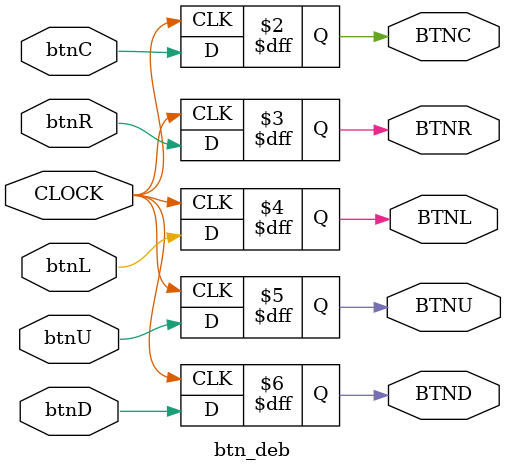
<source format=v>
module btn_deb(
    input wire CLOCK,
    input wire btnC,
    input wire btnR,
    input wire btnL,
    input wire btnU,
    input wire btnD,
    output reg BTNC,
    output reg BTNR,
    output reg BTNL,
    output reg BTNU,
    output reg BTND
);

always @ (posedge CLOCK)
begin
	BTNC <= btnC;
	BTNR <= btnR;
	BTNL <= btnL;
	BTNU <= btnU;
	BTND <= btnD;
end

endmodule
</source>
